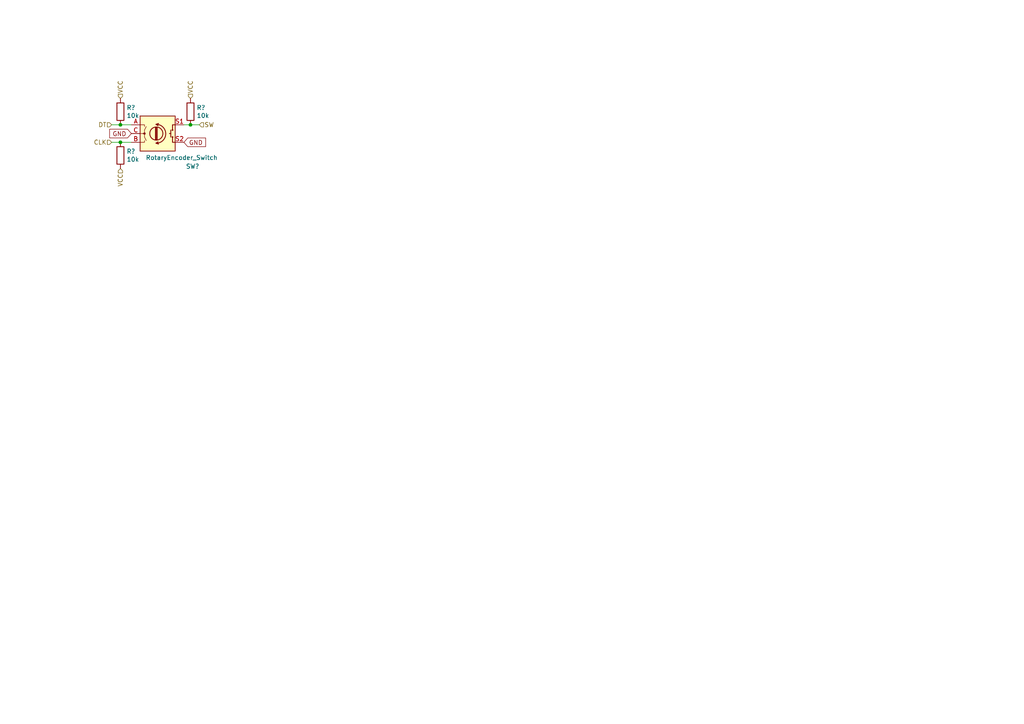
<source format=kicad_sch>
(kicad_sch (version 20211123) (generator eeschema)
  (paper "A4")
  (lib_symbols
    (symbol "Device:R" (pin_numbers hide) (pin_names (offset 0))
      (property "Reference" "R" (at 2.032 0 90))
      (property "Value" "R" (at 0 0 90))
      (symbol "R_0_1"
        (rectangle (start -1.016 -2.54) (end 1.016 2.54) (stroke (width 0.254)))
      )
      (symbol "R_1_1"
        (pin passive line (at 0 3.81 270) (length 1.27) (name "~") (number "1"))
        (pin passive line (at 0 -3.81 90) (length 1.27) (name "~") (number "2"))
      )
    )
    (symbol "Device:RotaryEncoder_Switch" (pin_names (offset 0.254) hide)
      (property "Reference" "SW" (at 0 6.604 0))
      (property "Value" "RotaryEncoder_Switch" (at 0 -6.604 0))
      (symbol "RotaryEncoder_Switch_0_1"
        (rectangle (start -5.08 5.08) (end 5.08 -5.08) (stroke (width 0.254)) (fill (type background)))
        (circle (center -3.81 0) (radius 0.254) (fill (type outline)))
        (arc (start -0.381 -2.794) (mid 2.3622 -0.0508) (end -0.381 2.667) (stroke (width 0.254)))
        (circle (center -0.381 0) (radius 1.905) (stroke (width 0.254)))
        (polyline (pts (xy -0.635 -1.778) (xy -0.635 1.778)) (stroke (width 0.254)))
        (polyline (pts (xy -0.381 -1.778) (xy -0.381 1.778)) (stroke (width 0.254)))
        (polyline (pts (xy -0.127 1.778) (xy -0.127 -1.778)) (stroke (width 0.254)))
        (polyline (pts (xy 3.81 0) (xy 3.429 0)) (stroke (width 0.254)))
        (polyline (pts (xy 3.81 1.016) (xy 3.81 -1.016)) (stroke (width 0.254)))
        (polyline (pts (xy -5.08 -2.54) (xy -3.81 -2.54) (xy -3.81 -2.032)))
        (polyline (pts (xy -5.08 2.54) (xy -3.81 2.54) (xy -3.81 2.032)))
        (polyline (pts (xy 0.254 -3.048) (xy -0.508 -2.794) (xy 0.127 -2.413)) (stroke (width 0.254)))
        (polyline (pts (xy 0.254 2.921) (xy -0.508 2.667) (xy 0.127 2.286)) (stroke (width 0.254)))
        (polyline (pts (xy 5.08 -2.54) (xy 4.318 -2.54) (xy 4.318 -1.016)) (stroke (width 0.254)))
        (polyline (pts (xy 5.08 2.54) (xy 4.318 2.54) (xy 4.318 1.016)) (stroke (width 0.254)))
        (polyline (pts (xy -5.08 0) (xy -3.81 0) (xy -3.81 -1.016) (xy -3.302 -2.032)))
        (polyline (pts (xy -4.318 0) (xy -3.81 0) (xy -3.81 1.016) (xy -3.302 2.032)))
        (circle (center 4.318 -1.016) (radius 0.127) (stroke (width 0.254)))
        (circle (center 4.318 1.016) (radius 0.127) (stroke (width 0.254)))
      )
      (symbol "RotaryEncoder_Switch_1_1"
        (pin passive line (at -7.62 2.54 0) (length 2.54) (name "A") (number "A"))
        (pin passive line (at -7.62 -2.54 0) (length 2.54) (name "B") (number "B"))
        (pin passive line (at -7.62 0 0) (length 2.54) (name "C") (number "C"))
        (pin passive line (at 7.62 2.54 180) (length 2.54) (name "S1") (number "S1"))
        (pin passive line (at 7.62 -2.54 180) (length 2.54) (name "S2") (number "S2"))
      )
    )
  )
  (junction (at 55.245 36.195))
  (junction (at 34.925 41.275))
  (junction (at 34.925 36.195))
  (wire (pts (xy 32.385 36.195) (xy 34.925 36.195)))
  (wire (pts (xy 32.385 41.275) (xy 34.925 41.275)))
  (wire (pts (xy 53.34 36.195) (xy 55.245 36.195)))
  (wire (pts (xy 34.925 36.195) (xy 38.1 36.195)))
  (wire (pts (xy 55.245 36.195) (xy 57.785 36.195)))
  (wire (pts (xy 34.925 41.275) (xy 38.1 41.275)))
  (global_label "GND" (shape input) (at 38.1 38.735 180) (property "Referenzen zwischen Schaltplänen" "${INTERSHEET_REFS}" (effects hide)))
  (global_label "GND" (shape input) (at 53.34 41.275 0) (property "Referenzen zwischen Schaltplänen" "${INTERSHEET_REFS}" (effects hide)))
  (hierarchical_label "VCC" (shape input) (at 55.245 28.575 90))
  (hierarchical_label "CLK" (shape input) (at 32.385 41.275 180))
  (hierarchical_label "VCC" (shape input) (at 34.925 28.575 90))
  (hierarchical_label "SW" (shape input) (at 57.785 36.195 0))
  (hierarchical_label "VCC" (shape input) (at 34.925 48.895 270))
  (hierarchical_label "DT" (shape input) (at 32.385 36.195 180))
  (symbol (lib_id "Device:R") (at 34.925 45.085 0) (unit 1)
    (property "Reference" "R?" (at 36.703 43.9166 0) (effects (justify left)))
    (property "Value" "10k" (at 36.703 46.228 0) (effects (justify left)))
    (property "Footprint" "Resistor_SMD:R_0402_1005Metric" (effects hide))
    (property "LCSC" "C25744" (effects hide))
  )
  (symbol (lib_id "Device:R") (at 34.925 32.385 0) (unit 1)
    (property "Reference" "R?" (at 36.703 31.2166 0) (effects (justify left)))
    (property "Value" "10k" (at 36.703 33.528 0) (effects (justify left)))
    (property "Footprint" "Resistor_SMD:R_0402_1005Metric" (effects hide))
    (property "LCSC" "C25744" (effects hide))
  )
  (symbol (lib_id "Device:RotaryEncoder_Switch") (at 45.72 38.735 0) (unit 1)
    (property "Reference" "SW?" (at 55.88 48.26 0))
    (property "Value" "RotaryEncoder_Switch" (at 52.705 45.72 0))
  )
  (symbol (lib_id "Device:R") (at 55.245 32.385 0) (unit 1)
    (property "Reference" "R?" (at 57.023 31.2166 0) (effects (justify left)))
    (property "Value" "10k" (at 57.023 33.528 0) (effects (justify left)))
    (property "Footprint" "Resistor_SMD:R_0402_1005Metric" (effects hide))
    (property "LCSC" "C25744" (effects hide))
  )
)
</source>
